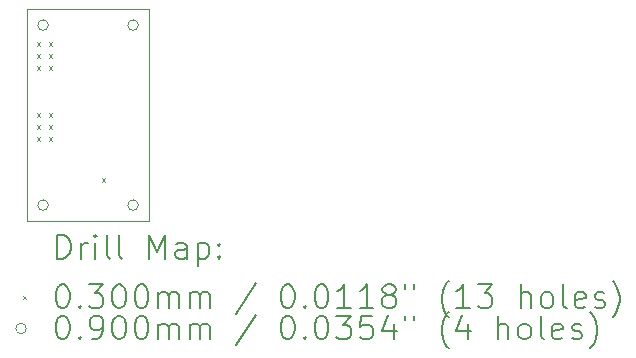
<source format=gbr>
%TF.GenerationSoftware,KiCad,Pcbnew,8.0.7*%
%TF.CreationDate,2024-12-11T01:57:10-05:00*%
%TF.ProjectId,Clockshift,436c6f63-6b73-4686-9966-742e6b696361,rev?*%
%TF.SameCoordinates,Original*%
%TF.FileFunction,Drillmap*%
%TF.FilePolarity,Positive*%
%FSLAX45Y45*%
G04 Gerber Fmt 4.5, Leading zero omitted, Abs format (unit mm)*
G04 Created by KiCad (PCBNEW 8.0.7) date 2024-12-11 01:57:10*
%MOMM*%
%LPD*%
G01*
G04 APERTURE LIST*
%ADD10C,0.050000*%
%ADD11C,0.200000*%
%ADD12C,0.100000*%
G04 APERTURE END LIST*
D10*
X10000000Y-10000000D02*
X11040000Y-10000000D01*
X11040000Y-11800000D01*
X10000000Y-11800000D01*
X10000000Y-10000000D01*
D11*
D12*
X10085000Y-10285000D02*
X10115000Y-10315000D01*
X10115000Y-10285000D02*
X10085000Y-10315000D01*
X10085000Y-10385000D02*
X10115000Y-10415000D01*
X10115000Y-10385000D02*
X10085000Y-10415000D01*
X10085000Y-10485000D02*
X10115000Y-10515000D01*
X10115000Y-10485000D02*
X10085000Y-10515000D01*
X10085000Y-10885000D02*
X10115000Y-10915000D01*
X10115000Y-10885000D02*
X10085000Y-10915000D01*
X10085000Y-10985000D02*
X10115000Y-11015000D01*
X10115000Y-10985000D02*
X10085000Y-11015000D01*
X10085000Y-11085000D02*
X10115000Y-11115000D01*
X10115000Y-11085000D02*
X10085000Y-11115000D01*
X10185000Y-10285000D02*
X10215000Y-10315000D01*
X10215000Y-10285000D02*
X10185000Y-10315000D01*
X10185000Y-10385000D02*
X10215000Y-10415000D01*
X10215000Y-10385000D02*
X10185000Y-10415000D01*
X10185000Y-10485000D02*
X10215000Y-10515000D01*
X10215000Y-10485000D02*
X10185000Y-10515000D01*
X10185000Y-10885000D02*
X10215000Y-10915000D01*
X10215000Y-10885000D02*
X10185000Y-10915000D01*
X10185000Y-10985000D02*
X10215000Y-11015000D01*
X10215000Y-10985000D02*
X10185000Y-11015000D01*
X10185000Y-11085000D02*
X10215000Y-11115000D01*
X10215000Y-11085000D02*
X10185000Y-11115000D01*
X10635000Y-11435000D02*
X10665000Y-11465000D01*
X10665000Y-11435000D02*
X10635000Y-11465000D01*
X10184000Y-10138000D02*
G75*
G02*
X10094000Y-10138000I-45000J0D01*
G01*
X10094000Y-10138000D02*
G75*
G02*
X10184000Y-10138000I45000J0D01*
G01*
X10184000Y-11662000D02*
G75*
G02*
X10094000Y-11662000I-45000J0D01*
G01*
X10094000Y-11662000D02*
G75*
G02*
X10184000Y-11662000I45000J0D01*
G01*
X10946000Y-10138000D02*
G75*
G02*
X10856000Y-10138000I-45000J0D01*
G01*
X10856000Y-10138000D02*
G75*
G02*
X10946000Y-10138000I45000J0D01*
G01*
X10946000Y-11662000D02*
G75*
G02*
X10856000Y-11662000I-45000J0D01*
G01*
X10856000Y-11662000D02*
G75*
G02*
X10946000Y-11662000I45000J0D01*
G01*
D11*
X10258277Y-12113984D02*
X10258277Y-11913984D01*
X10258277Y-11913984D02*
X10305896Y-11913984D01*
X10305896Y-11913984D02*
X10334467Y-11923508D01*
X10334467Y-11923508D02*
X10353515Y-11942555D01*
X10353515Y-11942555D02*
X10363039Y-11961603D01*
X10363039Y-11961603D02*
X10372563Y-11999698D01*
X10372563Y-11999698D02*
X10372563Y-12028269D01*
X10372563Y-12028269D02*
X10363039Y-12066365D01*
X10363039Y-12066365D02*
X10353515Y-12085412D01*
X10353515Y-12085412D02*
X10334467Y-12104460D01*
X10334467Y-12104460D02*
X10305896Y-12113984D01*
X10305896Y-12113984D02*
X10258277Y-12113984D01*
X10458277Y-12113984D02*
X10458277Y-11980650D01*
X10458277Y-12018746D02*
X10467801Y-11999698D01*
X10467801Y-11999698D02*
X10477324Y-11990174D01*
X10477324Y-11990174D02*
X10496372Y-11980650D01*
X10496372Y-11980650D02*
X10515420Y-11980650D01*
X10582086Y-12113984D02*
X10582086Y-11980650D01*
X10582086Y-11913984D02*
X10572563Y-11923508D01*
X10572563Y-11923508D02*
X10582086Y-11933031D01*
X10582086Y-11933031D02*
X10591610Y-11923508D01*
X10591610Y-11923508D02*
X10582086Y-11913984D01*
X10582086Y-11913984D02*
X10582086Y-11933031D01*
X10705896Y-12113984D02*
X10686848Y-12104460D01*
X10686848Y-12104460D02*
X10677324Y-12085412D01*
X10677324Y-12085412D02*
X10677324Y-11913984D01*
X10810658Y-12113984D02*
X10791610Y-12104460D01*
X10791610Y-12104460D02*
X10782086Y-12085412D01*
X10782086Y-12085412D02*
X10782086Y-11913984D01*
X11039229Y-12113984D02*
X11039229Y-11913984D01*
X11039229Y-11913984D02*
X11105896Y-12056841D01*
X11105896Y-12056841D02*
X11172563Y-11913984D01*
X11172563Y-11913984D02*
X11172563Y-12113984D01*
X11353515Y-12113984D02*
X11353515Y-12009222D01*
X11353515Y-12009222D02*
X11343991Y-11990174D01*
X11343991Y-11990174D02*
X11324943Y-11980650D01*
X11324943Y-11980650D02*
X11286848Y-11980650D01*
X11286848Y-11980650D02*
X11267801Y-11990174D01*
X11353515Y-12104460D02*
X11334467Y-12113984D01*
X11334467Y-12113984D02*
X11286848Y-12113984D01*
X11286848Y-12113984D02*
X11267801Y-12104460D01*
X11267801Y-12104460D02*
X11258277Y-12085412D01*
X11258277Y-12085412D02*
X11258277Y-12066365D01*
X11258277Y-12066365D02*
X11267801Y-12047317D01*
X11267801Y-12047317D02*
X11286848Y-12037793D01*
X11286848Y-12037793D02*
X11334467Y-12037793D01*
X11334467Y-12037793D02*
X11353515Y-12028269D01*
X11448753Y-11980650D02*
X11448753Y-12180650D01*
X11448753Y-11990174D02*
X11467801Y-11980650D01*
X11467801Y-11980650D02*
X11505896Y-11980650D01*
X11505896Y-11980650D02*
X11524943Y-11990174D01*
X11524943Y-11990174D02*
X11534467Y-11999698D01*
X11534467Y-11999698D02*
X11543991Y-12018746D01*
X11543991Y-12018746D02*
X11543991Y-12075888D01*
X11543991Y-12075888D02*
X11534467Y-12094936D01*
X11534467Y-12094936D02*
X11524943Y-12104460D01*
X11524943Y-12104460D02*
X11505896Y-12113984D01*
X11505896Y-12113984D02*
X11467801Y-12113984D01*
X11467801Y-12113984D02*
X11448753Y-12104460D01*
X11629705Y-12094936D02*
X11639229Y-12104460D01*
X11639229Y-12104460D02*
X11629705Y-12113984D01*
X11629705Y-12113984D02*
X11620182Y-12104460D01*
X11620182Y-12104460D02*
X11629705Y-12094936D01*
X11629705Y-12094936D02*
X11629705Y-12113984D01*
X11629705Y-11990174D02*
X11639229Y-11999698D01*
X11639229Y-11999698D02*
X11629705Y-12009222D01*
X11629705Y-12009222D02*
X11620182Y-11999698D01*
X11620182Y-11999698D02*
X11629705Y-11990174D01*
X11629705Y-11990174D02*
X11629705Y-12009222D01*
D12*
X9967500Y-12427500D02*
X9997500Y-12457500D01*
X9997500Y-12427500D02*
X9967500Y-12457500D01*
D11*
X10296372Y-12333984D02*
X10315420Y-12333984D01*
X10315420Y-12333984D02*
X10334467Y-12343508D01*
X10334467Y-12343508D02*
X10343991Y-12353031D01*
X10343991Y-12353031D02*
X10353515Y-12372079D01*
X10353515Y-12372079D02*
X10363039Y-12410174D01*
X10363039Y-12410174D02*
X10363039Y-12457793D01*
X10363039Y-12457793D02*
X10353515Y-12495888D01*
X10353515Y-12495888D02*
X10343991Y-12514936D01*
X10343991Y-12514936D02*
X10334467Y-12524460D01*
X10334467Y-12524460D02*
X10315420Y-12533984D01*
X10315420Y-12533984D02*
X10296372Y-12533984D01*
X10296372Y-12533984D02*
X10277324Y-12524460D01*
X10277324Y-12524460D02*
X10267801Y-12514936D01*
X10267801Y-12514936D02*
X10258277Y-12495888D01*
X10258277Y-12495888D02*
X10248753Y-12457793D01*
X10248753Y-12457793D02*
X10248753Y-12410174D01*
X10248753Y-12410174D02*
X10258277Y-12372079D01*
X10258277Y-12372079D02*
X10267801Y-12353031D01*
X10267801Y-12353031D02*
X10277324Y-12343508D01*
X10277324Y-12343508D02*
X10296372Y-12333984D01*
X10448753Y-12514936D02*
X10458277Y-12524460D01*
X10458277Y-12524460D02*
X10448753Y-12533984D01*
X10448753Y-12533984D02*
X10439229Y-12524460D01*
X10439229Y-12524460D02*
X10448753Y-12514936D01*
X10448753Y-12514936D02*
X10448753Y-12533984D01*
X10524944Y-12333984D02*
X10648753Y-12333984D01*
X10648753Y-12333984D02*
X10582086Y-12410174D01*
X10582086Y-12410174D02*
X10610658Y-12410174D01*
X10610658Y-12410174D02*
X10629705Y-12419698D01*
X10629705Y-12419698D02*
X10639229Y-12429222D01*
X10639229Y-12429222D02*
X10648753Y-12448269D01*
X10648753Y-12448269D02*
X10648753Y-12495888D01*
X10648753Y-12495888D02*
X10639229Y-12514936D01*
X10639229Y-12514936D02*
X10629705Y-12524460D01*
X10629705Y-12524460D02*
X10610658Y-12533984D01*
X10610658Y-12533984D02*
X10553515Y-12533984D01*
X10553515Y-12533984D02*
X10534467Y-12524460D01*
X10534467Y-12524460D02*
X10524944Y-12514936D01*
X10772563Y-12333984D02*
X10791610Y-12333984D01*
X10791610Y-12333984D02*
X10810658Y-12343508D01*
X10810658Y-12343508D02*
X10820182Y-12353031D01*
X10820182Y-12353031D02*
X10829705Y-12372079D01*
X10829705Y-12372079D02*
X10839229Y-12410174D01*
X10839229Y-12410174D02*
X10839229Y-12457793D01*
X10839229Y-12457793D02*
X10829705Y-12495888D01*
X10829705Y-12495888D02*
X10820182Y-12514936D01*
X10820182Y-12514936D02*
X10810658Y-12524460D01*
X10810658Y-12524460D02*
X10791610Y-12533984D01*
X10791610Y-12533984D02*
X10772563Y-12533984D01*
X10772563Y-12533984D02*
X10753515Y-12524460D01*
X10753515Y-12524460D02*
X10743991Y-12514936D01*
X10743991Y-12514936D02*
X10734467Y-12495888D01*
X10734467Y-12495888D02*
X10724944Y-12457793D01*
X10724944Y-12457793D02*
X10724944Y-12410174D01*
X10724944Y-12410174D02*
X10734467Y-12372079D01*
X10734467Y-12372079D02*
X10743991Y-12353031D01*
X10743991Y-12353031D02*
X10753515Y-12343508D01*
X10753515Y-12343508D02*
X10772563Y-12333984D01*
X10963039Y-12333984D02*
X10982086Y-12333984D01*
X10982086Y-12333984D02*
X11001134Y-12343508D01*
X11001134Y-12343508D02*
X11010658Y-12353031D01*
X11010658Y-12353031D02*
X11020182Y-12372079D01*
X11020182Y-12372079D02*
X11029705Y-12410174D01*
X11029705Y-12410174D02*
X11029705Y-12457793D01*
X11029705Y-12457793D02*
X11020182Y-12495888D01*
X11020182Y-12495888D02*
X11010658Y-12514936D01*
X11010658Y-12514936D02*
X11001134Y-12524460D01*
X11001134Y-12524460D02*
X10982086Y-12533984D01*
X10982086Y-12533984D02*
X10963039Y-12533984D01*
X10963039Y-12533984D02*
X10943991Y-12524460D01*
X10943991Y-12524460D02*
X10934467Y-12514936D01*
X10934467Y-12514936D02*
X10924944Y-12495888D01*
X10924944Y-12495888D02*
X10915420Y-12457793D01*
X10915420Y-12457793D02*
X10915420Y-12410174D01*
X10915420Y-12410174D02*
X10924944Y-12372079D01*
X10924944Y-12372079D02*
X10934467Y-12353031D01*
X10934467Y-12353031D02*
X10943991Y-12343508D01*
X10943991Y-12343508D02*
X10963039Y-12333984D01*
X11115420Y-12533984D02*
X11115420Y-12400650D01*
X11115420Y-12419698D02*
X11124944Y-12410174D01*
X11124944Y-12410174D02*
X11143991Y-12400650D01*
X11143991Y-12400650D02*
X11172563Y-12400650D01*
X11172563Y-12400650D02*
X11191610Y-12410174D01*
X11191610Y-12410174D02*
X11201134Y-12429222D01*
X11201134Y-12429222D02*
X11201134Y-12533984D01*
X11201134Y-12429222D02*
X11210658Y-12410174D01*
X11210658Y-12410174D02*
X11229705Y-12400650D01*
X11229705Y-12400650D02*
X11258277Y-12400650D01*
X11258277Y-12400650D02*
X11277324Y-12410174D01*
X11277324Y-12410174D02*
X11286848Y-12429222D01*
X11286848Y-12429222D02*
X11286848Y-12533984D01*
X11382086Y-12533984D02*
X11382086Y-12400650D01*
X11382086Y-12419698D02*
X11391610Y-12410174D01*
X11391610Y-12410174D02*
X11410658Y-12400650D01*
X11410658Y-12400650D02*
X11439229Y-12400650D01*
X11439229Y-12400650D02*
X11458277Y-12410174D01*
X11458277Y-12410174D02*
X11467801Y-12429222D01*
X11467801Y-12429222D02*
X11467801Y-12533984D01*
X11467801Y-12429222D02*
X11477324Y-12410174D01*
X11477324Y-12410174D02*
X11496372Y-12400650D01*
X11496372Y-12400650D02*
X11524943Y-12400650D01*
X11524943Y-12400650D02*
X11543991Y-12410174D01*
X11543991Y-12410174D02*
X11553515Y-12429222D01*
X11553515Y-12429222D02*
X11553515Y-12533984D01*
X11943991Y-12324460D02*
X11772563Y-12581603D01*
X12201134Y-12333984D02*
X12220182Y-12333984D01*
X12220182Y-12333984D02*
X12239229Y-12343508D01*
X12239229Y-12343508D02*
X12248753Y-12353031D01*
X12248753Y-12353031D02*
X12258277Y-12372079D01*
X12258277Y-12372079D02*
X12267801Y-12410174D01*
X12267801Y-12410174D02*
X12267801Y-12457793D01*
X12267801Y-12457793D02*
X12258277Y-12495888D01*
X12258277Y-12495888D02*
X12248753Y-12514936D01*
X12248753Y-12514936D02*
X12239229Y-12524460D01*
X12239229Y-12524460D02*
X12220182Y-12533984D01*
X12220182Y-12533984D02*
X12201134Y-12533984D01*
X12201134Y-12533984D02*
X12182086Y-12524460D01*
X12182086Y-12524460D02*
X12172563Y-12514936D01*
X12172563Y-12514936D02*
X12163039Y-12495888D01*
X12163039Y-12495888D02*
X12153515Y-12457793D01*
X12153515Y-12457793D02*
X12153515Y-12410174D01*
X12153515Y-12410174D02*
X12163039Y-12372079D01*
X12163039Y-12372079D02*
X12172563Y-12353031D01*
X12172563Y-12353031D02*
X12182086Y-12343508D01*
X12182086Y-12343508D02*
X12201134Y-12333984D01*
X12353515Y-12514936D02*
X12363039Y-12524460D01*
X12363039Y-12524460D02*
X12353515Y-12533984D01*
X12353515Y-12533984D02*
X12343991Y-12524460D01*
X12343991Y-12524460D02*
X12353515Y-12514936D01*
X12353515Y-12514936D02*
X12353515Y-12533984D01*
X12486848Y-12333984D02*
X12505896Y-12333984D01*
X12505896Y-12333984D02*
X12524944Y-12343508D01*
X12524944Y-12343508D02*
X12534467Y-12353031D01*
X12534467Y-12353031D02*
X12543991Y-12372079D01*
X12543991Y-12372079D02*
X12553515Y-12410174D01*
X12553515Y-12410174D02*
X12553515Y-12457793D01*
X12553515Y-12457793D02*
X12543991Y-12495888D01*
X12543991Y-12495888D02*
X12534467Y-12514936D01*
X12534467Y-12514936D02*
X12524944Y-12524460D01*
X12524944Y-12524460D02*
X12505896Y-12533984D01*
X12505896Y-12533984D02*
X12486848Y-12533984D01*
X12486848Y-12533984D02*
X12467801Y-12524460D01*
X12467801Y-12524460D02*
X12458277Y-12514936D01*
X12458277Y-12514936D02*
X12448753Y-12495888D01*
X12448753Y-12495888D02*
X12439229Y-12457793D01*
X12439229Y-12457793D02*
X12439229Y-12410174D01*
X12439229Y-12410174D02*
X12448753Y-12372079D01*
X12448753Y-12372079D02*
X12458277Y-12353031D01*
X12458277Y-12353031D02*
X12467801Y-12343508D01*
X12467801Y-12343508D02*
X12486848Y-12333984D01*
X12743991Y-12533984D02*
X12629706Y-12533984D01*
X12686848Y-12533984D02*
X12686848Y-12333984D01*
X12686848Y-12333984D02*
X12667801Y-12362555D01*
X12667801Y-12362555D02*
X12648753Y-12381603D01*
X12648753Y-12381603D02*
X12629706Y-12391127D01*
X12934467Y-12533984D02*
X12820182Y-12533984D01*
X12877325Y-12533984D02*
X12877325Y-12333984D01*
X12877325Y-12333984D02*
X12858277Y-12362555D01*
X12858277Y-12362555D02*
X12839229Y-12381603D01*
X12839229Y-12381603D02*
X12820182Y-12391127D01*
X13048753Y-12419698D02*
X13029706Y-12410174D01*
X13029706Y-12410174D02*
X13020182Y-12400650D01*
X13020182Y-12400650D02*
X13010658Y-12381603D01*
X13010658Y-12381603D02*
X13010658Y-12372079D01*
X13010658Y-12372079D02*
X13020182Y-12353031D01*
X13020182Y-12353031D02*
X13029706Y-12343508D01*
X13029706Y-12343508D02*
X13048753Y-12333984D01*
X13048753Y-12333984D02*
X13086848Y-12333984D01*
X13086848Y-12333984D02*
X13105896Y-12343508D01*
X13105896Y-12343508D02*
X13115420Y-12353031D01*
X13115420Y-12353031D02*
X13124944Y-12372079D01*
X13124944Y-12372079D02*
X13124944Y-12381603D01*
X13124944Y-12381603D02*
X13115420Y-12400650D01*
X13115420Y-12400650D02*
X13105896Y-12410174D01*
X13105896Y-12410174D02*
X13086848Y-12419698D01*
X13086848Y-12419698D02*
X13048753Y-12419698D01*
X13048753Y-12419698D02*
X13029706Y-12429222D01*
X13029706Y-12429222D02*
X13020182Y-12438746D01*
X13020182Y-12438746D02*
X13010658Y-12457793D01*
X13010658Y-12457793D02*
X13010658Y-12495888D01*
X13010658Y-12495888D02*
X13020182Y-12514936D01*
X13020182Y-12514936D02*
X13029706Y-12524460D01*
X13029706Y-12524460D02*
X13048753Y-12533984D01*
X13048753Y-12533984D02*
X13086848Y-12533984D01*
X13086848Y-12533984D02*
X13105896Y-12524460D01*
X13105896Y-12524460D02*
X13115420Y-12514936D01*
X13115420Y-12514936D02*
X13124944Y-12495888D01*
X13124944Y-12495888D02*
X13124944Y-12457793D01*
X13124944Y-12457793D02*
X13115420Y-12438746D01*
X13115420Y-12438746D02*
X13105896Y-12429222D01*
X13105896Y-12429222D02*
X13086848Y-12419698D01*
X13201134Y-12333984D02*
X13201134Y-12372079D01*
X13277325Y-12333984D02*
X13277325Y-12372079D01*
X13572563Y-12610174D02*
X13563039Y-12600650D01*
X13563039Y-12600650D02*
X13543991Y-12572079D01*
X13543991Y-12572079D02*
X13534468Y-12553031D01*
X13534468Y-12553031D02*
X13524944Y-12524460D01*
X13524944Y-12524460D02*
X13515420Y-12476841D01*
X13515420Y-12476841D02*
X13515420Y-12438746D01*
X13515420Y-12438746D02*
X13524944Y-12391127D01*
X13524944Y-12391127D02*
X13534468Y-12362555D01*
X13534468Y-12362555D02*
X13543991Y-12343508D01*
X13543991Y-12343508D02*
X13563039Y-12314936D01*
X13563039Y-12314936D02*
X13572563Y-12305412D01*
X13753515Y-12533984D02*
X13639229Y-12533984D01*
X13696372Y-12533984D02*
X13696372Y-12333984D01*
X13696372Y-12333984D02*
X13677325Y-12362555D01*
X13677325Y-12362555D02*
X13658277Y-12381603D01*
X13658277Y-12381603D02*
X13639229Y-12391127D01*
X13820182Y-12333984D02*
X13943991Y-12333984D01*
X13943991Y-12333984D02*
X13877325Y-12410174D01*
X13877325Y-12410174D02*
X13905896Y-12410174D01*
X13905896Y-12410174D02*
X13924944Y-12419698D01*
X13924944Y-12419698D02*
X13934468Y-12429222D01*
X13934468Y-12429222D02*
X13943991Y-12448269D01*
X13943991Y-12448269D02*
X13943991Y-12495888D01*
X13943991Y-12495888D02*
X13934468Y-12514936D01*
X13934468Y-12514936D02*
X13924944Y-12524460D01*
X13924944Y-12524460D02*
X13905896Y-12533984D01*
X13905896Y-12533984D02*
X13848753Y-12533984D01*
X13848753Y-12533984D02*
X13829706Y-12524460D01*
X13829706Y-12524460D02*
X13820182Y-12514936D01*
X14182087Y-12533984D02*
X14182087Y-12333984D01*
X14267801Y-12533984D02*
X14267801Y-12429222D01*
X14267801Y-12429222D02*
X14258277Y-12410174D01*
X14258277Y-12410174D02*
X14239230Y-12400650D01*
X14239230Y-12400650D02*
X14210658Y-12400650D01*
X14210658Y-12400650D02*
X14191610Y-12410174D01*
X14191610Y-12410174D02*
X14182087Y-12419698D01*
X14391610Y-12533984D02*
X14372563Y-12524460D01*
X14372563Y-12524460D02*
X14363039Y-12514936D01*
X14363039Y-12514936D02*
X14353515Y-12495888D01*
X14353515Y-12495888D02*
X14353515Y-12438746D01*
X14353515Y-12438746D02*
X14363039Y-12419698D01*
X14363039Y-12419698D02*
X14372563Y-12410174D01*
X14372563Y-12410174D02*
X14391610Y-12400650D01*
X14391610Y-12400650D02*
X14420182Y-12400650D01*
X14420182Y-12400650D02*
X14439230Y-12410174D01*
X14439230Y-12410174D02*
X14448753Y-12419698D01*
X14448753Y-12419698D02*
X14458277Y-12438746D01*
X14458277Y-12438746D02*
X14458277Y-12495888D01*
X14458277Y-12495888D02*
X14448753Y-12514936D01*
X14448753Y-12514936D02*
X14439230Y-12524460D01*
X14439230Y-12524460D02*
X14420182Y-12533984D01*
X14420182Y-12533984D02*
X14391610Y-12533984D01*
X14572563Y-12533984D02*
X14553515Y-12524460D01*
X14553515Y-12524460D02*
X14543991Y-12505412D01*
X14543991Y-12505412D02*
X14543991Y-12333984D01*
X14724944Y-12524460D02*
X14705896Y-12533984D01*
X14705896Y-12533984D02*
X14667801Y-12533984D01*
X14667801Y-12533984D02*
X14648753Y-12524460D01*
X14648753Y-12524460D02*
X14639230Y-12505412D01*
X14639230Y-12505412D02*
X14639230Y-12429222D01*
X14639230Y-12429222D02*
X14648753Y-12410174D01*
X14648753Y-12410174D02*
X14667801Y-12400650D01*
X14667801Y-12400650D02*
X14705896Y-12400650D01*
X14705896Y-12400650D02*
X14724944Y-12410174D01*
X14724944Y-12410174D02*
X14734468Y-12429222D01*
X14734468Y-12429222D02*
X14734468Y-12448269D01*
X14734468Y-12448269D02*
X14639230Y-12467317D01*
X14810658Y-12524460D02*
X14829706Y-12533984D01*
X14829706Y-12533984D02*
X14867801Y-12533984D01*
X14867801Y-12533984D02*
X14886849Y-12524460D01*
X14886849Y-12524460D02*
X14896372Y-12505412D01*
X14896372Y-12505412D02*
X14896372Y-12495888D01*
X14896372Y-12495888D02*
X14886849Y-12476841D01*
X14886849Y-12476841D02*
X14867801Y-12467317D01*
X14867801Y-12467317D02*
X14839230Y-12467317D01*
X14839230Y-12467317D02*
X14820182Y-12457793D01*
X14820182Y-12457793D02*
X14810658Y-12438746D01*
X14810658Y-12438746D02*
X14810658Y-12429222D01*
X14810658Y-12429222D02*
X14820182Y-12410174D01*
X14820182Y-12410174D02*
X14839230Y-12400650D01*
X14839230Y-12400650D02*
X14867801Y-12400650D01*
X14867801Y-12400650D02*
X14886849Y-12410174D01*
X14963039Y-12610174D02*
X14972563Y-12600650D01*
X14972563Y-12600650D02*
X14991611Y-12572079D01*
X14991611Y-12572079D02*
X15001134Y-12553031D01*
X15001134Y-12553031D02*
X15010658Y-12524460D01*
X15010658Y-12524460D02*
X15020182Y-12476841D01*
X15020182Y-12476841D02*
X15020182Y-12438746D01*
X15020182Y-12438746D02*
X15010658Y-12391127D01*
X15010658Y-12391127D02*
X15001134Y-12362555D01*
X15001134Y-12362555D02*
X14991611Y-12343508D01*
X14991611Y-12343508D02*
X14972563Y-12314936D01*
X14972563Y-12314936D02*
X14963039Y-12305412D01*
D12*
X9997500Y-12706500D02*
G75*
G02*
X9907500Y-12706500I-45000J0D01*
G01*
X9907500Y-12706500D02*
G75*
G02*
X9997500Y-12706500I45000J0D01*
G01*
D11*
X10296372Y-12597984D02*
X10315420Y-12597984D01*
X10315420Y-12597984D02*
X10334467Y-12607508D01*
X10334467Y-12607508D02*
X10343991Y-12617031D01*
X10343991Y-12617031D02*
X10353515Y-12636079D01*
X10353515Y-12636079D02*
X10363039Y-12674174D01*
X10363039Y-12674174D02*
X10363039Y-12721793D01*
X10363039Y-12721793D02*
X10353515Y-12759888D01*
X10353515Y-12759888D02*
X10343991Y-12778936D01*
X10343991Y-12778936D02*
X10334467Y-12788460D01*
X10334467Y-12788460D02*
X10315420Y-12797984D01*
X10315420Y-12797984D02*
X10296372Y-12797984D01*
X10296372Y-12797984D02*
X10277324Y-12788460D01*
X10277324Y-12788460D02*
X10267801Y-12778936D01*
X10267801Y-12778936D02*
X10258277Y-12759888D01*
X10258277Y-12759888D02*
X10248753Y-12721793D01*
X10248753Y-12721793D02*
X10248753Y-12674174D01*
X10248753Y-12674174D02*
X10258277Y-12636079D01*
X10258277Y-12636079D02*
X10267801Y-12617031D01*
X10267801Y-12617031D02*
X10277324Y-12607508D01*
X10277324Y-12607508D02*
X10296372Y-12597984D01*
X10448753Y-12778936D02*
X10458277Y-12788460D01*
X10458277Y-12788460D02*
X10448753Y-12797984D01*
X10448753Y-12797984D02*
X10439229Y-12788460D01*
X10439229Y-12788460D02*
X10448753Y-12778936D01*
X10448753Y-12778936D02*
X10448753Y-12797984D01*
X10553515Y-12797984D02*
X10591610Y-12797984D01*
X10591610Y-12797984D02*
X10610658Y-12788460D01*
X10610658Y-12788460D02*
X10620182Y-12778936D01*
X10620182Y-12778936D02*
X10639229Y-12750365D01*
X10639229Y-12750365D02*
X10648753Y-12712269D01*
X10648753Y-12712269D02*
X10648753Y-12636079D01*
X10648753Y-12636079D02*
X10639229Y-12617031D01*
X10639229Y-12617031D02*
X10629705Y-12607508D01*
X10629705Y-12607508D02*
X10610658Y-12597984D01*
X10610658Y-12597984D02*
X10572563Y-12597984D01*
X10572563Y-12597984D02*
X10553515Y-12607508D01*
X10553515Y-12607508D02*
X10543991Y-12617031D01*
X10543991Y-12617031D02*
X10534467Y-12636079D01*
X10534467Y-12636079D02*
X10534467Y-12683698D01*
X10534467Y-12683698D02*
X10543991Y-12702746D01*
X10543991Y-12702746D02*
X10553515Y-12712269D01*
X10553515Y-12712269D02*
X10572563Y-12721793D01*
X10572563Y-12721793D02*
X10610658Y-12721793D01*
X10610658Y-12721793D02*
X10629705Y-12712269D01*
X10629705Y-12712269D02*
X10639229Y-12702746D01*
X10639229Y-12702746D02*
X10648753Y-12683698D01*
X10772563Y-12597984D02*
X10791610Y-12597984D01*
X10791610Y-12597984D02*
X10810658Y-12607508D01*
X10810658Y-12607508D02*
X10820182Y-12617031D01*
X10820182Y-12617031D02*
X10829705Y-12636079D01*
X10829705Y-12636079D02*
X10839229Y-12674174D01*
X10839229Y-12674174D02*
X10839229Y-12721793D01*
X10839229Y-12721793D02*
X10829705Y-12759888D01*
X10829705Y-12759888D02*
X10820182Y-12778936D01*
X10820182Y-12778936D02*
X10810658Y-12788460D01*
X10810658Y-12788460D02*
X10791610Y-12797984D01*
X10791610Y-12797984D02*
X10772563Y-12797984D01*
X10772563Y-12797984D02*
X10753515Y-12788460D01*
X10753515Y-12788460D02*
X10743991Y-12778936D01*
X10743991Y-12778936D02*
X10734467Y-12759888D01*
X10734467Y-12759888D02*
X10724944Y-12721793D01*
X10724944Y-12721793D02*
X10724944Y-12674174D01*
X10724944Y-12674174D02*
X10734467Y-12636079D01*
X10734467Y-12636079D02*
X10743991Y-12617031D01*
X10743991Y-12617031D02*
X10753515Y-12607508D01*
X10753515Y-12607508D02*
X10772563Y-12597984D01*
X10963039Y-12597984D02*
X10982086Y-12597984D01*
X10982086Y-12597984D02*
X11001134Y-12607508D01*
X11001134Y-12607508D02*
X11010658Y-12617031D01*
X11010658Y-12617031D02*
X11020182Y-12636079D01*
X11020182Y-12636079D02*
X11029705Y-12674174D01*
X11029705Y-12674174D02*
X11029705Y-12721793D01*
X11029705Y-12721793D02*
X11020182Y-12759888D01*
X11020182Y-12759888D02*
X11010658Y-12778936D01*
X11010658Y-12778936D02*
X11001134Y-12788460D01*
X11001134Y-12788460D02*
X10982086Y-12797984D01*
X10982086Y-12797984D02*
X10963039Y-12797984D01*
X10963039Y-12797984D02*
X10943991Y-12788460D01*
X10943991Y-12788460D02*
X10934467Y-12778936D01*
X10934467Y-12778936D02*
X10924944Y-12759888D01*
X10924944Y-12759888D02*
X10915420Y-12721793D01*
X10915420Y-12721793D02*
X10915420Y-12674174D01*
X10915420Y-12674174D02*
X10924944Y-12636079D01*
X10924944Y-12636079D02*
X10934467Y-12617031D01*
X10934467Y-12617031D02*
X10943991Y-12607508D01*
X10943991Y-12607508D02*
X10963039Y-12597984D01*
X11115420Y-12797984D02*
X11115420Y-12664650D01*
X11115420Y-12683698D02*
X11124944Y-12674174D01*
X11124944Y-12674174D02*
X11143991Y-12664650D01*
X11143991Y-12664650D02*
X11172563Y-12664650D01*
X11172563Y-12664650D02*
X11191610Y-12674174D01*
X11191610Y-12674174D02*
X11201134Y-12693222D01*
X11201134Y-12693222D02*
X11201134Y-12797984D01*
X11201134Y-12693222D02*
X11210658Y-12674174D01*
X11210658Y-12674174D02*
X11229705Y-12664650D01*
X11229705Y-12664650D02*
X11258277Y-12664650D01*
X11258277Y-12664650D02*
X11277324Y-12674174D01*
X11277324Y-12674174D02*
X11286848Y-12693222D01*
X11286848Y-12693222D02*
X11286848Y-12797984D01*
X11382086Y-12797984D02*
X11382086Y-12664650D01*
X11382086Y-12683698D02*
X11391610Y-12674174D01*
X11391610Y-12674174D02*
X11410658Y-12664650D01*
X11410658Y-12664650D02*
X11439229Y-12664650D01*
X11439229Y-12664650D02*
X11458277Y-12674174D01*
X11458277Y-12674174D02*
X11467801Y-12693222D01*
X11467801Y-12693222D02*
X11467801Y-12797984D01*
X11467801Y-12693222D02*
X11477324Y-12674174D01*
X11477324Y-12674174D02*
X11496372Y-12664650D01*
X11496372Y-12664650D02*
X11524943Y-12664650D01*
X11524943Y-12664650D02*
X11543991Y-12674174D01*
X11543991Y-12674174D02*
X11553515Y-12693222D01*
X11553515Y-12693222D02*
X11553515Y-12797984D01*
X11943991Y-12588460D02*
X11772563Y-12845603D01*
X12201134Y-12597984D02*
X12220182Y-12597984D01*
X12220182Y-12597984D02*
X12239229Y-12607508D01*
X12239229Y-12607508D02*
X12248753Y-12617031D01*
X12248753Y-12617031D02*
X12258277Y-12636079D01*
X12258277Y-12636079D02*
X12267801Y-12674174D01*
X12267801Y-12674174D02*
X12267801Y-12721793D01*
X12267801Y-12721793D02*
X12258277Y-12759888D01*
X12258277Y-12759888D02*
X12248753Y-12778936D01*
X12248753Y-12778936D02*
X12239229Y-12788460D01*
X12239229Y-12788460D02*
X12220182Y-12797984D01*
X12220182Y-12797984D02*
X12201134Y-12797984D01*
X12201134Y-12797984D02*
X12182086Y-12788460D01*
X12182086Y-12788460D02*
X12172563Y-12778936D01*
X12172563Y-12778936D02*
X12163039Y-12759888D01*
X12163039Y-12759888D02*
X12153515Y-12721793D01*
X12153515Y-12721793D02*
X12153515Y-12674174D01*
X12153515Y-12674174D02*
X12163039Y-12636079D01*
X12163039Y-12636079D02*
X12172563Y-12617031D01*
X12172563Y-12617031D02*
X12182086Y-12607508D01*
X12182086Y-12607508D02*
X12201134Y-12597984D01*
X12353515Y-12778936D02*
X12363039Y-12788460D01*
X12363039Y-12788460D02*
X12353515Y-12797984D01*
X12353515Y-12797984D02*
X12343991Y-12788460D01*
X12343991Y-12788460D02*
X12353515Y-12778936D01*
X12353515Y-12778936D02*
X12353515Y-12797984D01*
X12486848Y-12597984D02*
X12505896Y-12597984D01*
X12505896Y-12597984D02*
X12524944Y-12607508D01*
X12524944Y-12607508D02*
X12534467Y-12617031D01*
X12534467Y-12617031D02*
X12543991Y-12636079D01*
X12543991Y-12636079D02*
X12553515Y-12674174D01*
X12553515Y-12674174D02*
X12553515Y-12721793D01*
X12553515Y-12721793D02*
X12543991Y-12759888D01*
X12543991Y-12759888D02*
X12534467Y-12778936D01*
X12534467Y-12778936D02*
X12524944Y-12788460D01*
X12524944Y-12788460D02*
X12505896Y-12797984D01*
X12505896Y-12797984D02*
X12486848Y-12797984D01*
X12486848Y-12797984D02*
X12467801Y-12788460D01*
X12467801Y-12788460D02*
X12458277Y-12778936D01*
X12458277Y-12778936D02*
X12448753Y-12759888D01*
X12448753Y-12759888D02*
X12439229Y-12721793D01*
X12439229Y-12721793D02*
X12439229Y-12674174D01*
X12439229Y-12674174D02*
X12448753Y-12636079D01*
X12448753Y-12636079D02*
X12458277Y-12617031D01*
X12458277Y-12617031D02*
X12467801Y-12607508D01*
X12467801Y-12607508D02*
X12486848Y-12597984D01*
X12620182Y-12597984D02*
X12743991Y-12597984D01*
X12743991Y-12597984D02*
X12677325Y-12674174D01*
X12677325Y-12674174D02*
X12705896Y-12674174D01*
X12705896Y-12674174D02*
X12724944Y-12683698D01*
X12724944Y-12683698D02*
X12734467Y-12693222D01*
X12734467Y-12693222D02*
X12743991Y-12712269D01*
X12743991Y-12712269D02*
X12743991Y-12759888D01*
X12743991Y-12759888D02*
X12734467Y-12778936D01*
X12734467Y-12778936D02*
X12724944Y-12788460D01*
X12724944Y-12788460D02*
X12705896Y-12797984D01*
X12705896Y-12797984D02*
X12648753Y-12797984D01*
X12648753Y-12797984D02*
X12629706Y-12788460D01*
X12629706Y-12788460D02*
X12620182Y-12778936D01*
X12924944Y-12597984D02*
X12829706Y-12597984D01*
X12829706Y-12597984D02*
X12820182Y-12693222D01*
X12820182Y-12693222D02*
X12829706Y-12683698D01*
X12829706Y-12683698D02*
X12848753Y-12674174D01*
X12848753Y-12674174D02*
X12896372Y-12674174D01*
X12896372Y-12674174D02*
X12915420Y-12683698D01*
X12915420Y-12683698D02*
X12924944Y-12693222D01*
X12924944Y-12693222D02*
X12934467Y-12712269D01*
X12934467Y-12712269D02*
X12934467Y-12759888D01*
X12934467Y-12759888D02*
X12924944Y-12778936D01*
X12924944Y-12778936D02*
X12915420Y-12788460D01*
X12915420Y-12788460D02*
X12896372Y-12797984D01*
X12896372Y-12797984D02*
X12848753Y-12797984D01*
X12848753Y-12797984D02*
X12829706Y-12788460D01*
X12829706Y-12788460D02*
X12820182Y-12778936D01*
X13105896Y-12664650D02*
X13105896Y-12797984D01*
X13058277Y-12588460D02*
X13010658Y-12731317D01*
X13010658Y-12731317D02*
X13134467Y-12731317D01*
X13201134Y-12597984D02*
X13201134Y-12636079D01*
X13277325Y-12597984D02*
X13277325Y-12636079D01*
X13572563Y-12874174D02*
X13563039Y-12864650D01*
X13563039Y-12864650D02*
X13543991Y-12836079D01*
X13543991Y-12836079D02*
X13534468Y-12817031D01*
X13534468Y-12817031D02*
X13524944Y-12788460D01*
X13524944Y-12788460D02*
X13515420Y-12740841D01*
X13515420Y-12740841D02*
X13515420Y-12702746D01*
X13515420Y-12702746D02*
X13524944Y-12655127D01*
X13524944Y-12655127D02*
X13534468Y-12626555D01*
X13534468Y-12626555D02*
X13543991Y-12607508D01*
X13543991Y-12607508D02*
X13563039Y-12578936D01*
X13563039Y-12578936D02*
X13572563Y-12569412D01*
X13734468Y-12664650D02*
X13734468Y-12797984D01*
X13686848Y-12588460D02*
X13639229Y-12731317D01*
X13639229Y-12731317D02*
X13763039Y-12731317D01*
X13991610Y-12797984D02*
X13991610Y-12597984D01*
X14077325Y-12797984D02*
X14077325Y-12693222D01*
X14077325Y-12693222D02*
X14067801Y-12674174D01*
X14067801Y-12674174D02*
X14048753Y-12664650D01*
X14048753Y-12664650D02*
X14020182Y-12664650D01*
X14020182Y-12664650D02*
X14001134Y-12674174D01*
X14001134Y-12674174D02*
X13991610Y-12683698D01*
X14201134Y-12797984D02*
X14182087Y-12788460D01*
X14182087Y-12788460D02*
X14172563Y-12778936D01*
X14172563Y-12778936D02*
X14163039Y-12759888D01*
X14163039Y-12759888D02*
X14163039Y-12702746D01*
X14163039Y-12702746D02*
X14172563Y-12683698D01*
X14172563Y-12683698D02*
X14182087Y-12674174D01*
X14182087Y-12674174D02*
X14201134Y-12664650D01*
X14201134Y-12664650D02*
X14229706Y-12664650D01*
X14229706Y-12664650D02*
X14248753Y-12674174D01*
X14248753Y-12674174D02*
X14258277Y-12683698D01*
X14258277Y-12683698D02*
X14267801Y-12702746D01*
X14267801Y-12702746D02*
X14267801Y-12759888D01*
X14267801Y-12759888D02*
X14258277Y-12778936D01*
X14258277Y-12778936D02*
X14248753Y-12788460D01*
X14248753Y-12788460D02*
X14229706Y-12797984D01*
X14229706Y-12797984D02*
X14201134Y-12797984D01*
X14382087Y-12797984D02*
X14363039Y-12788460D01*
X14363039Y-12788460D02*
X14353515Y-12769412D01*
X14353515Y-12769412D02*
X14353515Y-12597984D01*
X14534468Y-12788460D02*
X14515420Y-12797984D01*
X14515420Y-12797984D02*
X14477325Y-12797984D01*
X14477325Y-12797984D02*
X14458277Y-12788460D01*
X14458277Y-12788460D02*
X14448753Y-12769412D01*
X14448753Y-12769412D02*
X14448753Y-12693222D01*
X14448753Y-12693222D02*
X14458277Y-12674174D01*
X14458277Y-12674174D02*
X14477325Y-12664650D01*
X14477325Y-12664650D02*
X14515420Y-12664650D01*
X14515420Y-12664650D02*
X14534468Y-12674174D01*
X14534468Y-12674174D02*
X14543991Y-12693222D01*
X14543991Y-12693222D02*
X14543991Y-12712269D01*
X14543991Y-12712269D02*
X14448753Y-12731317D01*
X14620182Y-12788460D02*
X14639230Y-12797984D01*
X14639230Y-12797984D02*
X14677325Y-12797984D01*
X14677325Y-12797984D02*
X14696372Y-12788460D01*
X14696372Y-12788460D02*
X14705896Y-12769412D01*
X14705896Y-12769412D02*
X14705896Y-12759888D01*
X14705896Y-12759888D02*
X14696372Y-12740841D01*
X14696372Y-12740841D02*
X14677325Y-12731317D01*
X14677325Y-12731317D02*
X14648753Y-12731317D01*
X14648753Y-12731317D02*
X14629706Y-12721793D01*
X14629706Y-12721793D02*
X14620182Y-12702746D01*
X14620182Y-12702746D02*
X14620182Y-12693222D01*
X14620182Y-12693222D02*
X14629706Y-12674174D01*
X14629706Y-12674174D02*
X14648753Y-12664650D01*
X14648753Y-12664650D02*
X14677325Y-12664650D01*
X14677325Y-12664650D02*
X14696372Y-12674174D01*
X14772563Y-12874174D02*
X14782087Y-12864650D01*
X14782087Y-12864650D02*
X14801134Y-12836079D01*
X14801134Y-12836079D02*
X14810658Y-12817031D01*
X14810658Y-12817031D02*
X14820182Y-12788460D01*
X14820182Y-12788460D02*
X14829706Y-12740841D01*
X14829706Y-12740841D02*
X14829706Y-12702746D01*
X14829706Y-12702746D02*
X14820182Y-12655127D01*
X14820182Y-12655127D02*
X14810658Y-12626555D01*
X14810658Y-12626555D02*
X14801134Y-12607508D01*
X14801134Y-12607508D02*
X14782087Y-12578936D01*
X14782087Y-12578936D02*
X14772563Y-12569412D01*
M02*

</source>
